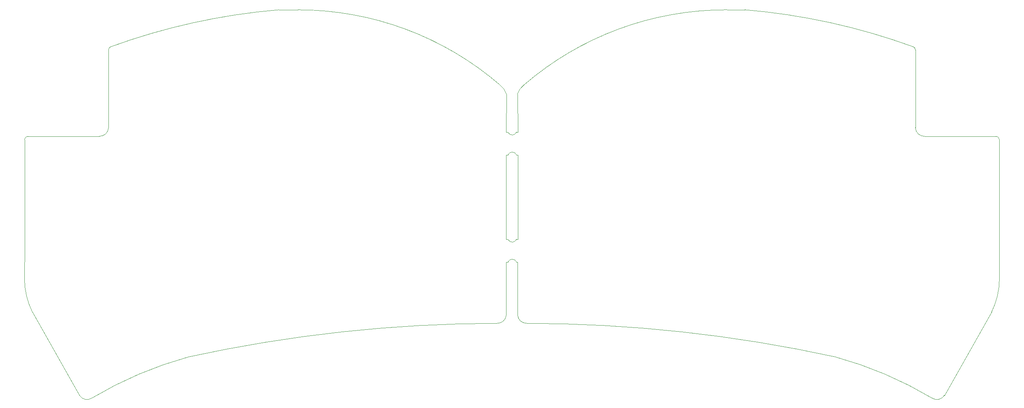
<source format=gbr>
%TF.GenerationSoftware,KiCad,Pcbnew,(6.0.4-0)*%
%TF.CreationDate,2022-05-14T15:15:58+02:00*%
%TF.ProjectId,sweepv2.1,73776565-7076-4322-9e31-2e6b69636164,rev?*%
%TF.SameCoordinates,Original*%
%TF.FileFunction,Profile,NP*%
%FSLAX46Y46*%
G04 Gerber Fmt 4.6, Leading zero omitted, Abs format (unit mm)*
G04 Created by KiCad (PCBNEW (6.0.4-0)) date 2022-05-14 15:15:58*
%MOMM*%
%LPD*%
G01*
G04 APERTURE LIST*
%TA.AperFunction,Profile*%
%ADD10C,0.050000*%
%TD*%
G04 APERTURE END LIST*
D10*
X129349501Y-48767999D02*
G75*
G03*
X131254499Y-48768000I952499J380999D01*
G01*
X131254499Y-53848001D02*
G75*
G03*
X129349501Y-53848000I-952499J-380999D01*
G01*
X131572000Y-53848000D02*
X131254500Y-53848000D01*
X131572000Y-48768000D02*
X131254500Y-48768000D01*
X129349501Y-72643999D02*
G75*
G03*
X131254499Y-72644000I952499J380999D01*
G01*
X131254499Y-77724001D02*
G75*
G03*
X129349501Y-77724000I-952499J-380999D01*
G01*
X131508500Y-77724000D02*
X131254500Y-77724000D01*
X131572000Y-72644000D02*
X131254500Y-72644000D01*
X131572000Y-53848000D02*
X131572000Y-72644000D01*
X128960000Y-53848000D02*
X128960000Y-72644000D01*
X129349500Y-72644000D02*
X128960000Y-72644000D01*
X129349500Y-77724000D02*
X128960000Y-77724000D01*
X129349500Y-48768000D02*
X128960000Y-48768000D01*
X131466055Y-40278702D02*
X131572000Y-48768000D01*
X129013945Y-40278702D02*
X128960000Y-48768000D01*
X129349500Y-53848000D02*
X128960000Y-53848000D01*
X238688000Y-75438000D02*
X238700000Y-81534000D01*
X238688000Y-66548000D02*
X238688000Y-75438000D01*
X21792000Y-73914000D02*
X21780000Y-81534000D01*
X21792000Y-66548000D02*
X21792000Y-73914000D01*
X21792000Y-50442000D02*
X21792000Y-58420000D01*
X238688000Y-50442000D02*
X238688000Y-58420000D01*
X78412223Y-21502679D02*
X82613611Y-21508139D01*
X21779999Y-81534000D02*
G75*
G03*
X23526696Y-88858150I16773853J129949D01*
G01*
X23526696Y-88858150D02*
X34034000Y-107451265D01*
X127587000Y-38265000D02*
G75*
G03*
X82613611Y-21508139I-44973389J-51973139D01*
G01*
X38446998Y-49694917D02*
X22542000Y-49692000D01*
X40481999Y-47763999D02*
X40481955Y-30439419D01*
X21792000Y-58420000D02*
X21792000Y-66548000D01*
X126936000Y-91383119D02*
G75*
G03*
X128975507Y-89545022I59508J1984513D01*
G01*
X126936000Y-91383120D02*
G75*
G03*
X58294866Y-98863946I578038J-323956333D01*
G01*
X34034000Y-107451265D02*
G75*
G03*
X36766000Y-108050000I1662000J1051265D01*
G01*
X78412223Y-21502679D02*
G75*
G03*
X40916710Y-29758889I11947335J-143529624D01*
G01*
X38446998Y-49694918D02*
G75*
G03*
X40481999Y-47763999I35002J2000918D01*
G01*
X129013945Y-40278702D02*
G75*
G03*
X127587000Y-38265000I-3871945J-1231298D01*
G01*
X58294866Y-98863946D02*
G75*
G03*
X36766000Y-108050000I22787134J-83226054D01*
G01*
X40916710Y-29758889D02*
G75*
G03*
X40481955Y-30439419I315245J-680530D01*
G01*
X128960000Y-77724000D02*
X128975507Y-89545022D01*
X22542000Y-49692000D02*
G75*
G03*
X21792000Y-50442000I0J-750000D01*
G01*
X182067777Y-21502679D02*
X178120389Y-21508139D01*
X236953303Y-88858150D02*
G75*
G03*
X238700000Y-81534000I-15027155J7454099D01*
G01*
X236953304Y-88858150D02*
X226446000Y-107451265D01*
X178120389Y-21508139D02*
G75*
G03*
X132892692Y-38264646I-254000J-68730000D01*
G01*
X222033002Y-49694917D02*
X237938000Y-49692000D01*
X219998001Y-47763999D02*
X219998045Y-30439419D01*
X238688000Y-58420000D02*
X238688000Y-66548000D01*
X131506254Y-89547024D02*
G75*
G03*
X133544000Y-91383119I1977999J146416D01*
G01*
X202185134Y-98863945D02*
G75*
G03*
X133544000Y-91383119I-69219172J-316475508D01*
G01*
X223714000Y-108050000D02*
G75*
G03*
X226446000Y-107451265I1070000J1650000D01*
G01*
X219563290Y-29758889D02*
G75*
G03*
X182067777Y-21502679I-49442848J-135273414D01*
G01*
X219998002Y-47763999D02*
G75*
G03*
X222033002Y-49694917I1999998J69999D01*
G01*
X132893000Y-38265000D02*
G75*
G03*
X131466055Y-40278702I2445000J-3245000D01*
G01*
X223714000Y-108050000D02*
G75*
G03*
X202185134Y-98863946I-44316000J-74040000D01*
G01*
X219998045Y-30439419D02*
G75*
G03*
X219563290Y-29758889I-750000J0D01*
G01*
X131508500Y-77724000D02*
X131506000Y-89547024D01*
X238688000Y-50442000D02*
G75*
G03*
X237938000Y-49692000I-750000J0D01*
G01*
M02*

</source>
